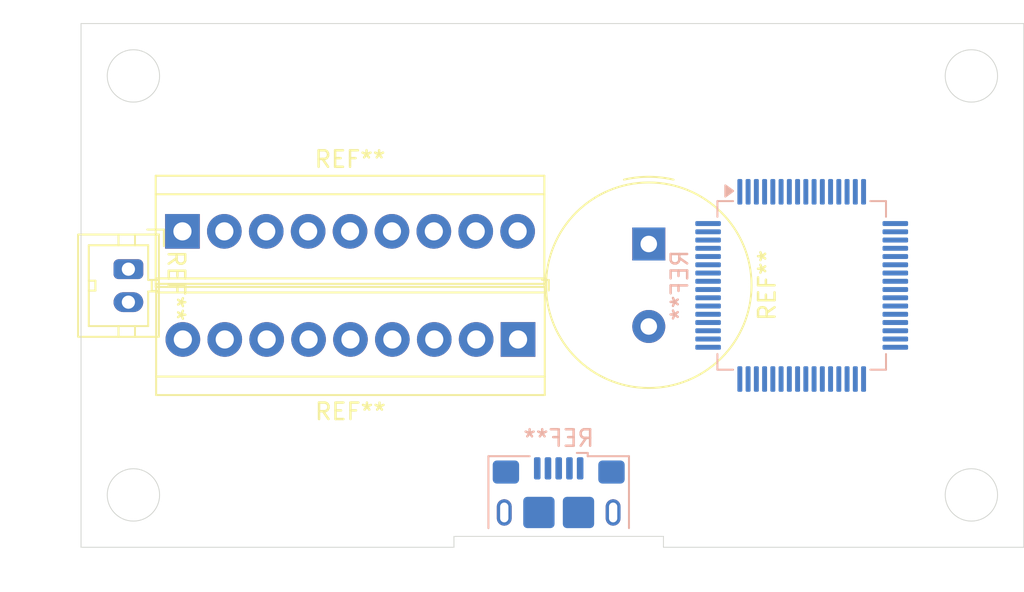
<source format=kicad_pcb>
(kicad_pcb (version 20221018) (generator pcbnew)
  (layers (0 "F.Cu" signal) (31 "B.Cu" signal) (34 "B.Paste" user) (35 "F.Paste" user) (36 "B.SilkS" user "B.Silkscreen") (37 "F.SilkS" user "F.Silkscreen") (38 "B.Mask" user) (39 "F.Mask" user) (44 "Edge.Cuts" user))
  (net 0 "")
  (footprint "Buzzer_Beeper:Buzzer_TDK_PS1240P02BT_D12.2mm_H6.5mm" (layer "F.Cu") (at 136.017 83.2145 -90)
    (fp_text reference "REF**" (at 2.5 -7.17 90) (layer "F.SilkS"))
    (fp_text value "Buzzer_TDK_PS1240P02BT_D12.2mm_H6.5mm")
    (fp_arc (start -3.9 1.499999) (mid -4.073431 0) (end -3.9 -1.5) (stroke (width 0.12)) (layer "F.SilkS"))
    (fp_circle (center 2.5 0) (end 8.73 0) (stroke (width 0.12)) (fill none) (layer "F.SilkS"))
    (pad "1" thru_hole rect (at 0 0 270) (size 2 2) (drill 1) (layers "*.Cu" "*.Mask"))
    (pad "2" thru_hole circle (at 5 0 270) (size 2 2) (drill 1) (layers "*.Cu" "*.Mask"))
  )
  (footprint "TerminalBlock_TE-Connectivity:TerminalBlock_TE_282834-9_1x09_P2.54mm_Horizontal" (layer "F.Cu") (at 107.7468 82.4484)
    (fp_text reference "REF**" (at 10.16 -4.37) (layer "F.SilkS"))
    (fp_text value "TerminalBlock_TE_282834-9_1x09_P2.54mm_Horizontal")
    (fp_line (start -1.86 2.97) (end -1.86 3.61) (stroke (width 0.12)) (layer "F.SilkS"))
    (fp_line (start -1.86 3.61) (end -1.46 3.61) (stroke (width 0.12)) (layer "F.SilkS"))
    (fp_line (start -1.62 -3.37) (end -1.62 3.37) (stroke (width 0.12)) (layer "F.SilkS"))
    (fp_line (start -1.62 -3.37) (end 21.94 -3.37) (stroke (width 0.12)) (layer "F.SilkS"))
    (fp_line (start -1.62 -2.25) (end 21.94 -2.25) (stroke (width 0.12)) (layer "F.SilkS"))
    (fp_line (start -1.62 2.85) (end 21.94 2.85) (stroke (width 0.12)) (layer "F.SilkS"))
    (fp_line (start -1.62 3.37) (end 21.94 3.37) (stroke (width 0.12)) (layer "F.SilkS"))
    (fp_line (start 21.94 -3.37) (end 21.94 3.37) (stroke (width 0.12)) (layer "F.SilkS"))
    (pad "1" thru_hole rect (at 0 0) (size 2.1 2.1) (drill 1.1) (layers "*.Cu" "*.Mask"))
    (pad "2" thru_hole circle (at 2.54 0) (size 2.1 2.1) (drill 1.1) (layers "*.Cu" "*.Mask"))
    (pad "3" thru_hole circle (at 5.08 0) (size 2.1 2.1) (drill 1.1) (layers "*.Cu" "*.Mask"))
    (pad "4" thru_hole circle (at 7.62 0) (size 2.1 2.1) (drill 1.1) (layers "*.Cu" "*.Mask"))
    (pad "5" thru_hole circle (at 10.16 0) (size 2.1 2.1) (drill 1.1) (layers "*.Cu" "*.Mask"))
    (pad "6" thru_hole circle (at 12.7 0) (size 2.1 2.1) (drill 1.1) (layers "*.Cu" "*.Mask"))
    (pad "7" thru_hole circle (at 15.24 0) (size 2.1 2.1) (drill 1.1) (layers "*.Cu" "*.Mask"))
    (pad "8" thru_hole circle (at 17.78 0) (size 2.1 2.1) (drill 1.1) (layers "*.Cu" "*.Mask"))
    (pad "9" thru_hole circle (at 20.32 0) (size 2.1 2.1) (drill 1.1) (layers "*.Cu" "*.Mask"))
  )
  (footprint "TerminalBlock_TE-Connectivity:TerminalBlock_TE_282834-9_1x09_P2.54mm_Horizontal" (layer "F.Cu") (at 128.0922 89.0016 180)
    (fp_text reference "REF**" (at 10.16 -4.37) (layer "F.SilkS"))
    (fp_text value "TerminalBlock_TE_282834-9_1x09_P2.54mm_Horizontal")
    (fp_line (start -1.86 2.97) (end -1.86 3.61) (stroke (width 0.12)) (layer "F.SilkS"))
    (fp_line (start -1.86 3.61) (end -1.46 3.61) (stroke (width 0.12)) (layer "F.SilkS"))
    (fp_line (start -1.62 -3.37) (end -1.62 3.37) (stroke (width 0.12)) (layer "F.SilkS"))
    (fp_line (start -1.62 -3.37) (end 21.94 -3.37) (stroke (width 0.12)) (layer "F.SilkS"))
    (fp_line (start -1.62 -2.25) (end 21.94 -2.25) (stroke (width 0.12)) (layer "F.SilkS"))
    (fp_line (start -1.62 2.85) (end 21.94 2.85) (stroke (width 0.12)) (layer "F.SilkS"))
    (fp_line (start -1.62 3.37) (end 21.94 3.37) (stroke (width 0.12)) (layer "F.SilkS"))
    (fp_line (start 21.94 -3.37) (end 21.94 3.37) (stroke (width 0.12)) (layer "F.SilkS"))
    (pad "1" thru_hole rect (at 0 0 180) (size 2.1 2.1) (drill 1.1) (layers "*.Cu" "*.Mask"))
    (pad "2" thru_hole circle (at 2.54 0 180) (size 2.1 2.1) (drill 1.1) (layers "*.Cu" "*.Mask"))
    (pad "3" thru_hole circle (at 5.08 0 180) (size 2.1 2.1) (drill 1.1) (layers "*.Cu" "*.Mask"))
    (pad "4" thru_hole circle (at 7.62 0 180) (size 2.1 2.1) (drill 1.1) (layers "*.Cu" "*.Mask"))
    (pad "5" thru_hole circle (at 10.16 0 180) (size 2.1 2.1) (drill 1.1) (layers "*.Cu" "*.Mask"))
    (pad "6" thru_hole circle (at 12.7 0 180) (size 2.1 2.1) (drill 1.1) (layers "*.Cu" "*.Mask"))
    (pad "7" thru_hole circle (at 15.24 0 180) (size 2.1 2.1) (drill 1.1) (layers "*.Cu" "*.Mask"))
    (pad "8" thru_hole circle (at 17.78 0 180) (size 2.1 2.1) (drill 1.1) (layers "*.Cu" "*.Mask"))
    (pad "9" thru_hole circle (at 20.32 0 180) (size 2.1 2.1) (drill 1.1) (layers "*.Cu" "*.Mask"))
  )
  (footprint "Connector_TE-Connectivity:TE_440054-2_1x02_P2.00mm_Vertical" (layer "F.Cu") (at 104.4702 84.741 -90)
    (fp_text reference "REF**" (at 1 -2.9 -90 unlocked) (layer "F.SilkS"))
    (fp_text value "TE_440054-2_1x02_P2.00mm_Vertical")
    (fp_line (start -2.4 -2.15) (end -2.4 -1.15) (stroke (width 0.12)) (layer "F.SilkS"))
    (fp_line (start -2.4 -2.15) (end -1.4 -2.15) (stroke (width 0.12)) (layer "F.SilkS"))
    (fp_line (start -2.1 -0.4) (end -1.45 -0.4) (stroke (width 0.12)) (layer "F.SilkS"))
    (fp_line (start -2.1 0.6) (end -1.45 0.6) (stroke (width 0.12)) (layer "F.SilkS"))
    (fp_line (start -1.45 -1.2) (end 0.65 -1.2) (stroke (width 0.12)) (layer "F.SilkS"))
    (fp_line (start -1.45 2.4) (end -1.45 -1.2) (stroke (width 0.12)) (layer "F.SilkS"))
    (fp_line (start 0.65 -1.85) (end 0.65 -1.2) (stroke (width 0.12)) (layer "F.SilkS"))
    (fp_line (start 0.7 2) (end 1.3 2) (stroke (width 0.12)) (layer "F.SilkS"))
    (fp_line (start 0.7 2.4) (end 0.7 2) (stroke (width 0.12)) (layer "F.SilkS"))
    (fp_line (start 1.3 2) (end 1.3 2.4) (stroke (width 0.12)) (layer "F.SilkS"))
    (fp_line (start 1.35 -1.85) (end 1.35 -1.2) (stroke (width 0.12)) (layer "F.SilkS"))
    (fp_line (start 3.45 -1.2) (end 1.35 -1.2) (stroke (width 0.12)) (layer "F.SilkS"))
    (fp_line (start 3.45 -1.2) (end 3.45 2.4) (stroke (width 0.12)) (layer "F.SilkS"))
    (fp_line (start 3.45 -0.4) (end 4.1 -0.4) (stroke (width 0.12)) (layer "F.SilkS"))
    (fp_line (start 3.45 0.6) (end 4.1 0.6) (stroke (width 0.12)) (layer "F.SilkS"))
    (fp_line (start 3.45 2.4) (end -1.45 2.4) (stroke (width 0.12)) (layer "F.SilkS"))
    (fp_rect (start -2.1 -1.85) (end 4.1 3.05) (stroke (width 0.12)) (fill none) (layer "F.SilkS"))
    (pad "1" thru_hole roundrect (at 0 0 270) (size 1.2 1.8) (drill 0.8) (layers "*.Cu" "*.Mask"))
    (pad "2" thru_hole oval (at 2 0 270) (size 1.2 1.8) (drill 0.8) (layers "*.Cu" "*.Mask"))
  )
  (footprint "Package_QFP:LQFP-64_10x10mm_P0.5mm" (layer "B.Cu") (at 145.288 85.725 -90)
    (fp_text reference "REF**" (at 0 7.4 90) (layer "B.SilkS") (effects (justify mirror)))
    (fp_text value "LQFP-64_10x10mm_P0.5mm")
    (fp_line (start -5.11 -5.11) (end -5.11 -4.16) (stroke (width 0.12)) (layer "B.SilkS"))
    (fp_line (start -5.11 5.11) (end -5.11 4.16) (stroke (width 0.12)) (layer "B.SilkS"))
    (fp_line (start -4.16 -5.11) (end -5.11 -5.11) (stroke (width 0.12)) (layer "B.SilkS"))
    (fp_line (start -4.16 5.11) (end -5.11 5.11) (stroke (width 0.12)) (layer "B.SilkS"))
    (fp_line (start 4.16 -5.11) (end 5.11 -5.11) (stroke (width 0.12)) (layer "B.SilkS"))
    (fp_line (start 4.16 5.11) (end 5.11 5.11) (stroke (width 0.12)) (layer "B.SilkS"))
    (fp_line (start 5.11 -5.11) (end 5.11 -4.16) (stroke (width 0.12)) (layer "B.SilkS"))
    (fp_line (start 5.11 5.11) (end 5.11 4.16) (stroke (width 0.12)) (layer "B.SilkS"))
    (fp_poly (pts (xy -5.725 4.16) (xy -6.065 4.63) (xy -5.385 4.63) (xy -5.725 4.16)) (stroke (width 0.12)) (fill solid) (layer "B.SilkS"))
    (pad "1" smd roundrect (at -5.675 3.75 270) (size 1.55 0.3) (layers "B.Cu" "B.Paste" "B.Mask"))
    (pad "2" smd roundrect (at -5.675 3.25 270) (size 1.55 0.3) (layers "B.Cu" "B.Paste" "B.Mask"))
    (pad "3" smd roundrect (at -5.675 2.75 270) (size 1.55 0.3) (layers "B.Cu" "B.Paste" "B.Mask"))
    (pad "4" smd roundrect (at -5.675 2.25 270) (size 1.55 0.3) (layers "B.Cu" "B.Paste" "B.Mask"))
    (pad "5" smd roundrect (at -5.675 1.75 270) (size 1.55 0.3) (layers "B.Cu" "B.Paste" "B.Mask"))
    (pad "6" smd roundrect (at -5.675 1.25 270) (size 1.55 0.3) (layers "B.Cu" "B.Paste" "B.Mask"))
    (pad "7" smd roundrect (at -5.675 0.75 270) (size 1.55 0.3) (layers "B.Cu" "B.Paste" "B.Mask"))
    (pad "8" smd roundrect (at -5.675 0.25 270) (size 1.55 0.3) (layers "B.Cu" "B.Paste" "B.Mask"))
    (pad "9" smd roundrect (at -5.675 -0.25 270) (size 1.55 0.3) (layers "B.Cu" "B.Paste" "B.Mask"))
    (pad "10" smd roundrect (at -5.675 -0.75 270) (size 1.55 0.3) (layers "B.Cu" "B.Paste" "B.Mask"))
    (pad "11" smd roundrect (at -5.675 -1.25 270) (size 1.55 0.3) (layers "B.Cu" "B.Paste" "B.Mask"))
    (pad "12" smd roundrect (at -5.675 -1.75 270) (size 1.55 0.3) (layers "B.Cu" "B.Paste" "B.Mask"))
    (pad "13" smd roundrect (at -5.675 -2.25 270) (size 1.55 0.3) (layers "B.Cu" "B.Paste" "B.Mask"))
    (pad "14" smd roundrect (at -5.675 -2.75 270) (size 1.55 0.3) (layers "B.Cu" "B.Paste" "B.Mask"))
    (pad "15" smd roundrect (at -5.675 -3.25 270) (size 1.55 0.3) (layers "B.Cu" "B.Paste" "B.Mask"))
    (pad "16" smd roundrect (at -5.675 -3.75 270) (size 1.55 0.3) (layers "B.Cu" "B.Paste" "B.Mask"))
    (pad "17" smd roundrect (at -3.75 -5.675 270) (size 0.3 1.55) (layers "B.Cu" "B.Paste" "B.Mask"))
    (pad "18" smd roundrect (at -3.25 -5.675 270) (size 0.3 1.55) (layers "B.Cu" "B.Paste" "B.Mask"))
    (pad "19" smd roundrect (at -2.75 -5.675 270) (size 0.3 1.55) (layers "B.Cu" "B.Paste" "B.Mask"))
    (pad "20" smd roundrect (at -2.25 -5.675 270) (size 0.3 1.55) (layers "B.Cu" "B.Paste" "B.Mask"))
    (pad "21" smd roundrect (at -1.75 -5.675 270) (size 0.3 1.55) (layers "B.Cu" "B.Paste" "B.Mask"))
    (pad "22" smd roundrect (at -1.25 -5.675 270) (size 0.3 1.55) (layers "B.Cu" "B.Paste" "B.Mask"))
    (pad "23" smd roundrect (at -0.75 -5.675 270) (size 0.3 1.55) (layers "B.Cu" "B.Paste" "B.Mask"))
    (pad "24" smd roundrect (at -0.25 -5.675 270) (size 0.3 1.55) (layers "B.Cu" "B.Paste" "B.Mask"))
    (pad "25" smd roundrect (at 0.25 -5.675 270) (size 0.3 1.55) (layers "B.Cu" "B.Paste" "B.Mask"))
    (pad "26" smd roundrect (at 0.75 -5.675 270) (size 0.3 1.55) (layers "B.Cu" "B.Paste" "B.Mask"))
    (pad "27" smd roundrect (at 1.25 -5.675 270) (size 0.3 1.55) (layers "B.Cu" "B.Paste" "B.Mask"))
    (pad "28" smd roundrect (at 1.75 -5.675 270) (size 0.3 1.55) (layers "B.Cu" "B.Paste" "B.Mask"))
    (pad "29" smd roundrect (at 2.25 -5.675 270) (size 0.3 1.55) (layers "B.Cu" "B.Paste" "B.Mask"))
    (pad "30" smd roundrect (at 2.75 -5.675 270) (size 0.3 1.55) (layers "B.Cu" "B.Paste" "B.Mask"))
    (pad "31" smd roundrect (at 3.25 -5.675 270) (size 0.3 1.55) (layers "B.Cu" "B.Paste" "B.Mask"))
    (pad "32" smd roundrect (at 3.75 -5.675 270) (size 0.3 1.55) (layers "B.Cu" "B.Paste" "B.Mask"))
    (pad "33" smd roundrect (at 5.675 -3.75 270) (size 1.55 0.3) (layers "B.Cu" "B.Paste" "B.Mask"))
    (pad "34" smd roundrect (at 5.675 -3.25 270) (size 1.55 0.3) (layers "B.Cu" "B.Paste" "B.Mask"))
    (pad "35" smd roundrect (at 5.675 -2.75 270) (size 1.55 0.3) (layers "B.Cu" "B.Paste" "B.Mask"))
    (pad "36" smd roundrect (at 5.675 -2.25 270) (size 1.55 0.3) (layers "B.Cu" "B.Paste" "B.Mask"))
    (pad "37" smd roundrect (at 5.675 -1.75 270) (size 1.55 0.3) (layers "B.Cu" "B.Paste" "B.Mask"))
    (pad "38" smd roundrect (at 5.675 -1.25 270) (size 1.55 0.3) (layers "B.Cu" "B.Paste" "B.Mask"))
    (pad "39" smd roundrect (at 5.675 -0.75 270) (size 1.55 0.3) (layers "B.Cu" "B.Paste" "B.Mask"))
    (pad "40" smd roundrect (at 5.675 -0.25 270) (size 1.55 0.3) (layers "B.Cu" "B.Paste" "B.Mask"))
    (pad "41" smd roundrect (at 5.675 0.25 270) (size 1.55 0.3) (layers "B.Cu" "B.Paste" "B.Mask"))
    (pad "42" smd roundrect (at 5.675 0.75 270) (size 1.55 0.3) (layers "B.Cu" "B.Paste" "B.Mask"))
    (pad "43" smd roundrect (at 5.675 1.25 270) (size 1.55 0.3) (layers "B.Cu" "B.Paste" "B.Mask"))
    (pad "44" smd roundrect (at 5.675 1.75 270) (size 1.55 0.3) (layers "B.Cu" "B.Paste" "B.Mask"))
    (pad "45" smd roundrect (at 5.675 2.25 270) (size 1.55 0.3) (layers "B.Cu" "B.Paste" "B.Mask"))
    (pad "46" smd roundrect (at 5.675 2.75 270) (size 1.55 0.3) (layers "B.Cu" "B.Paste" "B.Mask"))
    (pad "47" smd roundrect (at 5.675 3.25 270) (size 1.55 0.3) (layers "B.Cu" "B.Paste" "B.Mask"))
    (pad "48" smd roundrect (at 5.675 3.75 270) (size 1.55 0.3) (layers "B.Cu" "B.Paste" "B.Mask"))
    (pad "49" smd roundrect (at 3.75 5.675 270) (size 0.3 1.55) (layers "B.Cu" "B.Paste" "B.Mask"))
    (pad "50" smd roundrect (at 3.25 5.675 270) (size 0.3 1.55) (layers "B.Cu" "B.Paste" "B.Mask"))
    (pad "51" smd roundrect (at 2.75 5.675 270) (size 0.3 1.55) (layers "B.Cu" "B.Paste" "B.Mask"))
    (pad "52" smd roundrect (at 2.25 5.675 270) (size 0.3 1.55) (layers "B.Cu" "B.Paste" "B.Mask"))
    (pad "53" smd roundrect (at 1.75 5.675 270) (size 0.3 1.55) (layers "B.Cu" "B.Paste" "B.Mask"))
    (pad "54" smd roundrect (at 1.25 5.675 270) (size 0.3 1.55) (layers "B.Cu" "B.Paste" "B.Mask"))
    (pad "55" smd roundrect (at 0.75 5.675 270) (size 0.3 1.55) (layers "B.Cu" "B.Paste" "B.Mask"))
    (pad "56" smd roundrect (at 0.25 5.675 270) (size 0.3 1.55) (layers "B.Cu" "B.Paste" "B.Mask"))
    (pad "57" smd roundrect (at -0.25 5.675 270) (size 0.3 1.55) (layers "B.Cu" "B.Paste" "B.Mask"))
    (pad "58" smd roundrect (at -0.75 5.675 270) (size 0.3 1.55) (layers "B.Cu" "B.Paste" "B.Mask"))
    (pad "59" smd roundrect (at -1.25 5.675 270) (size 0.3 1.55) (layers "B.Cu" "B.Paste" "B.Mask"))
    (pad "60" smd roundrect (at -1.75 5.675 270) (size 0.3 1.55) (layers "B.Cu" "B.Paste" "B.Mask"))
    (pad "61" smd roundrect (at -2.25 5.675 270) (size 0.3 1.55) (layers "B.Cu" "B.Paste" "B.Mask"))
    (pad "62" smd roundrect (at -2.75 5.675 270) (size 0.3 1.55) (layers "B.Cu" "B.Paste" "B.Mask"))
    (pad "63" smd roundrect (at -3.25 5.675 270) (size 0.3 1.55) (layers "B.Cu" "B.Paste" "B.Mask"))
    (pad "64" smd roundrect (at -3.75 5.675 270) (size 0.3 1.55) (layers "B.Cu" "B.Paste" "B.Mask"))
  )
  (footprint "Connector_USB:USB_Micro-B_Amphenol_10118193-0001LF_Horizontal" (layer "B.Cu") (at 130.556 99.4895 180)
    (fp_text reference "REF**" (at 0 4.5) (layer "B.SilkS") (effects (justify mirror)))
    (fp_text value "USB_Micro-B_Amphenol_10118193-0001LF_Horizontal")
    (fp_line (start -4.26 3.41) (end -4.26 -0.95) (stroke (width 0.12)) (layer "B.SilkS"))
    (fp_line (start -4.26 3.41) (end -1.76 3.41) (stroke (width 0.12)) (layer "B.SilkS"))
    (fp_line (start -1.76 3.41) (end -1.76 3.61) (stroke (width 0.12)) (layer "B.SilkS"))
    (fp_line (start -1.1 3.61) (end -1.76 3.61) (stroke (width 0.12)) (layer "B.SilkS"))
    (fp_line (start 1.76 3.41) (end 4.26 3.41) (stroke (width 0.12)) (layer "B.SilkS"))
    (fp_line (start 4.26 3.41) (end 4.26 -0.95) (stroke (width 0.12)) (layer "B.SilkS"))
    (pad "1" smd roundrect (at -1.3 2.675 180) (size 0.4 1.35) (layers "B.Cu" "B.Paste" "B.Mask"))
    (pad "2" smd roundrect (at -0.65 2.675 180) (size 0.4 1.35) (layers "B.Cu" "B.Paste" "B.Mask"))
    (pad "3" smd roundrect (at 0 2.675 180) (size 0.4 1.35) (layers "B.Cu" "B.Paste" "B.Mask"))
    (pad "4" smd roundrect (at 0.65 2.675 180) (size 0.4 1.35) (layers "B.Cu" "B.Paste" "B.Mask"))
    (pad "5" smd roundrect (at 1.3 2.675 180) (size 0.4 1.35) (layers "B.Cu" "B.Paste" "B.Mask"))
    (pad "6" thru_hole oval (at -3.3 0 90) (size 1.6 0.9) (drill oval 1.2 0.5) (layers "*.Cu" "*.Mask" "B.Paste"))
    (pad "6" smd roundrect (at -3.2 2.45 180) (size 1.6 1.4) (layers "B.Cu" "B.Paste" "B.Mask") (roundrect_rratio 0.1785714286))
    (pad "6" smd roundrect (at -1.2 0 180) (size 1.9 1.9) (layers "B.Cu" "B.Paste" "B.Mask") (roundrect_rratio 0.1315789474))
    (pad "6" smd roundrect (at 1.2 0 180) (size 1.9 1.9) (layers "B.Cu" "B.Paste" "B.Mask") (roundrect_rratio 0.1315789474))
    (pad "6" smd roundrect (at 3.2 2.45 180) (size 1.6 1.4) (layers "B.Cu" "B.Paste" "B.Mask") (roundrect_rratio 0.1785714286))
    (pad "6" thru_hole oval (at 3.3 0 90) (size 1.6 0.9) (drill oval 1.2 0.5) (layers "*.Cu" "*.Mask" "B.Paste"))
  )
  (gr_line (start 101.6 101.6) (end 124.206 101.6) (stroke (width 0.05)) (layer "Edge.Cuts"))
  (gr_line (start 124.206 101.6) (end 124.206 100.9396) (stroke (width 0.05)) (layer "Edge.Cuts"))
  (gr_circle (center 155.575 73.025) (end 157.1625 73.025) (stroke (width 0.05)) (fill none) (layer "Edge.Cuts"))
  (gr_circle (center 155.575 98.425) (end 157.1625 98.425) (stroke (width 0.05)) (fill none) (layer "Edge.Cuts"))
  (gr_line (start 124.206 100.9396) (end 136.906 100.9396) (stroke (width 0.05)) (layer "Edge.Cuts"))
  (gr_circle (center 104.775 98.425) (end 106.3625 98.425) (stroke (width 0.05)) (fill none) (layer "Edge.Cuts"))
  (gr_line (start 158.75 69.85) (end 158.75 101.6) (stroke (width 0.05)) (layer "Edge.Cuts"))
  (gr_line (start 101.6 69.85) (end 101.6 101.6) (stroke (width 0.05)) (layer "Edge.Cuts"))
  (gr_line (start 136.906 100.9396) (end 136.906 101.6) (stroke (width 0.05)) (layer "Edge.Cuts"))
  (gr_line (start 136.906 101.6) (end 158.75 101.6) (stroke (width 0.05)) (layer "Edge.Cuts"))
  (gr_circle (center 104.775 73.025) (end 106.3625 73.025) (stroke (width 0.05)) (fill none) (layer "Edge.Cuts"))
  (gr_line (start 158.75 69.85) (end 101.6 69.85) (stroke (width 0.05)) (layer "Edge.Cuts"))
)
</source>
